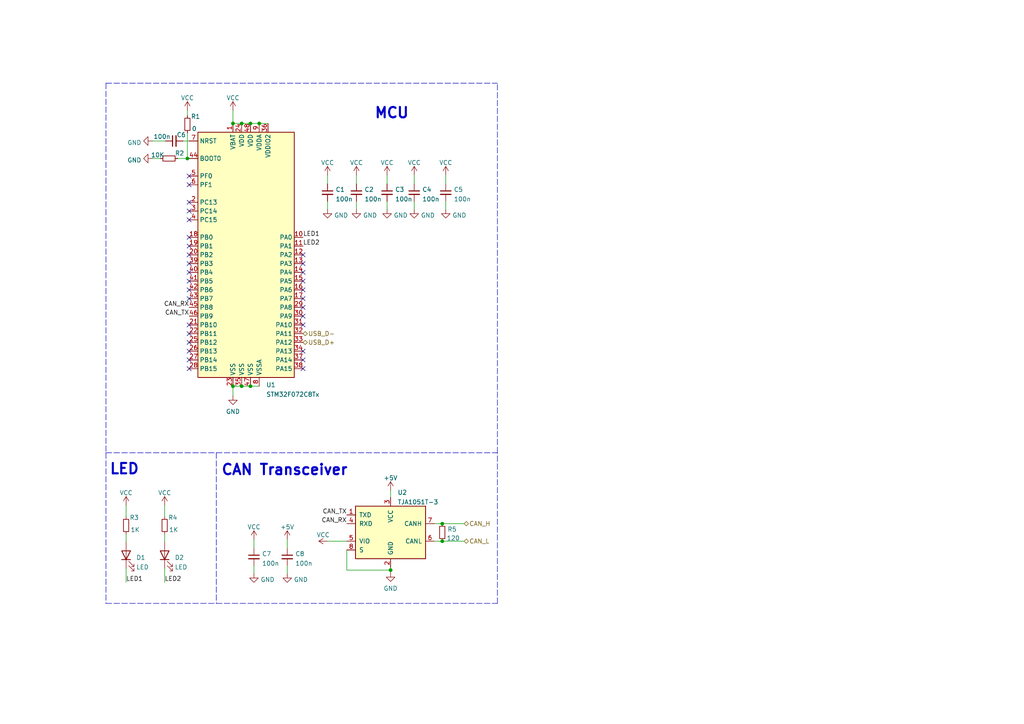
<source format=kicad_sch>
(kicad_sch (version 20211123) (generator eeschema)
  (paper "A4")
  (lib_symbols
    (symbol "Device:C_Small" (pin_numbers hide) (pin_names (offset 0.254) hide)
      (property "Reference" "C" (at 0.254 1.778 0))
      (property "Value" "C_Small" (at 0.254 -2.032 0))
      (symbol "C_Small_0_1"
        (polyline (pts (xy -1.524 -0.508) (xy 1.524 -0.508)) (stroke (width 0.3302)))
        (polyline (pts (xy -1.524 0.508) (xy 1.524 0.508)) (stroke (width 0.3048)))
      )
      (symbol "C_Small_1_1"
        (pin passive line (at 0 2.54 270) (length 2.032) (name "~") (number "1"))
        (pin passive line (at 0 -2.54 90) (length 2.032) (name "~") (number "2"))
      )
    )
    (symbol "Device:LED" (pin_numbers hide) (pin_names (offset 1.016) hide)
      (property "Reference" "D" (at 0 2.54 0))
      (property "Value" "LED" (at 0 -2.54 0))
      (symbol "LED_0_1"
        (polyline (pts (xy -1.27 -1.27) (xy -1.27 1.27)) (stroke (width 0.254)))
        (polyline (pts (xy -1.27 0) (xy 1.27 0)))
        (polyline (pts (xy 1.27 -1.27) (xy 1.27 1.27) (xy -1.27 0) (xy 1.27 -1.27)) (stroke (width 0.254)))
        (polyline (pts (xy -3.048 -0.762) (xy -4.572 -2.286) (xy -3.81 -2.286) (xy -4.572 -2.286) (xy -4.572 -1.524)))
        (polyline (pts (xy -1.778 -0.762) (xy -3.302 -2.286) (xy -2.54 -2.286) (xy -3.302 -2.286) (xy -3.302 -1.524)))
      )
      (symbol "LED_1_1"
        (pin passive line (at -3.81 0 0) (length 2.54) (name "K") (number "1"))
        (pin passive line (at 3.81 0 180) (length 2.54) (name "A") (number "2"))
      )
    )
    (symbol "Device:R_Small" (pin_numbers hide) (pin_names (offset 0.254) hide)
      (property "Reference" "R" (at 0.762 0.508 0))
      (property "Value" "R_Small" (at 0.762 -1.016 0))
      (symbol "R_Small_0_1"
        (rectangle (start -0.762 1.778) (end 0.762 -1.778) (stroke (width 0.2032)))
      )
      (symbol "R_Small_1_1"
        (pin passive line (at 0 2.54 270) (length 0.762) (name "~") (number "1"))
        (pin passive line (at 0 -2.54 90) (length 0.762) (name "~") (number "2"))
      )
    )
    (symbol "Interface_CAN_LIN:TJA1051T-3" (pin_names (offset 1.016))
      (property "Reference" "U" (at -10.16 8.89 0))
      (property "Value" "TJA1051T-3" (at 1.27 8.89 0))
      (symbol "TJA1051T-3_0_1"
        (rectangle (start -10.16 7.62) (end 10.16 -7.62) (stroke (width 0.254)) (fill (type background)))
      )
      (symbol "TJA1051T-3_1_1"
        (pin input line (at -12.7 5.08 0) (length 2.54) (name "TXD") (number "1"))
        (pin power_in line (at 0 -10.16 90) (length 2.54) (name "GND") (number "2"))
        (pin power_in line (at 0 10.16 270) (length 2.54) (name "VCC") (number "3"))
        (pin output line (at -12.7 2.54 0) (length 2.54) (name "RXD") (number "4"))
        (pin power_in line (at -12.7 -2.54 0) (length 2.54) (name "VIO") (number "5"))
        (pin bidirectional line (at 12.7 -2.54 180) (length 2.54) (name "CANL") (number "6"))
        (pin bidirectional line (at 12.7 2.54 180) (length 2.54) (name "CANH") (number "7"))
        (pin input line (at -12.7 -5.08 0) (length 2.54) (name "S") (number "8"))
      )
    )
    (symbol "MCU_ST_STM32F0:STM32F072C8Tx"
      (property "Reference" "U" (at -15.24 36.83 0))
      (property "Value" "STM32F072C8Tx" (at 7.62 36.83 0))
      (symbol "STM32F072C8Tx_0_1"
        (rectangle (start -15.24 -35.56) (end 12.7 35.56) (stroke (width 0.254)) (fill (type background)))
      )
      (symbol "STM32F072C8Tx_1_1"
        (pin power_in line (at -5.08 38.1 270) (length 2.54) (name "VBAT") (number "1"))
        (pin bidirectional line (at 15.24 5.08 180) (length 2.54) (name "PA0") (number "10"))
        (pin bidirectional line (at 15.24 2.54 180) (length 2.54) (name "PA1") (number "11"))
        (pin bidirectional line (at 15.24 0 180) (length 2.54) (name "PA2") (number "12"))
        (pin bidirectional line (at 15.24 -2.54 180) (length 2.54) (name "PA3") (number "13"))
        (pin bidirectional line (at 15.24 -5.08 180) (length 2.54) (name "PA4") (number "14"))
        (pin bidirectional line (at 15.24 -7.62 180) (length 2.54) (name "PA5") (number "15"))
        (pin bidirectional line (at 15.24 -10.16 180) (length 2.54) (name "PA6") (number "16"))
        (pin bidirectional line (at 15.24 -12.7 180) (length 2.54) (name "PA7") (number "17"))
        (pin bidirectional line (at -17.78 5.08 0) (length 2.54) (name "PB0") (number "18"))
        (pin bidirectional line (at -17.78 2.54 0) (length 2.54) (name "PB1") (number "19"))
        (pin bidirectional line (at -17.78 15.24 0) (length 2.54) (name "PC13") (number "2"))
        (pin bidirectional line (at -17.78 0 0) (length 2.54) (name "PB2") (number "20"))
        (pin bidirectional line (at -17.78 -20.32 0) (length 2.54) (name "PB10") (number "21"))
        (pin bidirectional line (at -17.78 -22.86 0) (length 2.54) (name "PB11") (number "22"))
        (pin power_in line (at -5.08 -38.1 90) (length 2.54) (name "VSS") (number "23"))
        (pin power_in line (at -2.54 38.1 270) (length 2.54) (name "VDD") (number "24"))
        (pin bidirectional line (at -17.78 -25.4 0) (length 2.54) (name "PB12") (number "25"))
        (pin bidirectional line (at -17.78 -27.94 0) (length 2.54) (name "PB13") (number "26"))
        (pin bidirectional line (at -17.78 -30.48 0) (length 2.54) (name "PB14") (number "27"))
        (pin bidirectional line (at -17.78 -33.02 0) (length 2.54) (name "PB15") (number "28"))
        (pin bidirectional line (at 15.24 -15.24 180) (length 2.54) (name "PA8") (number "29"))
        (pin bidirectional line (at -17.78 12.7 0) (length 2.54) (name "PC14") (number "3"))
        (pin bidirectional line (at 15.24 -17.78 180) (length 2.54) (name "PA9") (number "30"))
        (pin bidirectional line (at 15.24 -20.32 180) (length 2.54) (name "PA10") (number "31"))
        (pin bidirectional line (at 15.24 -22.86 180) (length 2.54) (name "PA11") (number "32"))
        (pin bidirectional line (at 15.24 -25.4 180) (length 2.54) (name "PA12") (number "33"))
        (pin bidirectional line (at 15.24 -27.94 180) (length 2.54) (name "PA13") (number "34"))
        (pin power_in line (at -2.54 -38.1 90) (length 2.54) (name "VSS") (number "35"))
        (pin power_in line (at 5.08 38.1 270) (length 2.54) (name "VDDIO2") (number "36"))
        (pin bidirectional line (at 15.24 -30.48 180) (length 2.54) (name "PA14") (number "37"))
        (pin bidirectional line (at 15.24 -33.02 180) (length 2.54) (name "PA15") (number "38"))
        (pin bidirectional line (at -17.78 -2.54 0) (length 2.54) (name "PB3") (number "39"))
        (pin bidirectional line (at -17.78 10.16 0) (length 2.54) (name "PC15") (number "4"))
        (pin bidirectional line (at -17.78 -5.08 0) (length 2.54) (name "PB4") (number "40"))
        (pin bidirectional line (at -17.78 -7.62 0) (length 2.54) (name "PB5") (number "41"))
        (pin bidirectional line (at -17.78 -10.16 0) (length 2.54) (name "PB6") (number "42"))
        (pin bidirectional line (at -17.78 -12.7 0) (length 2.54) (name "PB7") (number "43"))
        (pin input line (at -17.78 27.94 0) (length 2.54) (name "BOOT0") (number "44"))
        (pin bidirectional line (at -17.78 -15.24 0) (length 2.54) (name "PB8") (number "45"))
        (pin bidirectional line (at -17.78 -17.78 0) (length 2.54) (name "PB9") (number "46"))
        (pin power_in line (at 0 -38.1 90) (length 2.54) (name "VSS") (number "47"))
        (pin power_in line (at 0 38.1 270) (length 2.54) (name "VDD") (number "48"))
        (pin input line (at -17.78 22.86 0) (length 2.54) (name "PF0") (number "5"))
        (pin input line (at -17.78 20.32 0) (length 2.54) (name "PF1") (number "6"))
        (pin input line (at -17.78 33.02 0) (length 2.54) (name "NRST") (number "7"))
        (pin power_in line (at 2.54 -38.1 90) (length 2.54) (name "VSSA") (number "8"))
        (pin power_in line (at 2.54 38.1 270) (length 2.54) (name "VDDA") (number "9"))
      )
    )
    (symbol "power:+5V" (power) (pin_names (offset 0))
      (property "Value" "+5V" (at 0 3.556 0))
      (symbol "+5V_0_1"
        (polyline (pts (xy -0.762 1.27) (xy 0 2.54)))
        (polyline (pts (xy 0 0) (xy 0 2.54)))
        (polyline (pts (xy 0 2.54) (xy 0.762 1.27)))
      )
      (symbol "+5V_1_1"
        (pin power_in line (at 0 0 90) (length 0) hide (name "+5V") (number "1"))
      )
    )
    (symbol "power:GND" (power) (pin_names (offset 0))
      (property "Value" "GND" (at 0 -3.81 0))
      (symbol "GND_0_1"
        (polyline (pts (xy 0 0) (xy 0 -1.27) (xy 1.27 -1.27) (xy 0 -2.54) (xy -1.27 -1.27) (xy 0 -1.27)))
      )
      (symbol "GND_1_1"
        (pin power_in line (at 0 0 270) (length 0) hide (name "GND") (number "1"))
      )
    )
    (symbol "power:VCC" (power) (pin_names (offset 0))
      (property "Value" "VCC" (at 0 3.81 0))
      (symbol "VCC_0_1"
        (polyline (pts (xy -0.762 1.27) (xy 0 2.54)))
        (polyline (pts (xy 0 0) (xy 0 2.54)))
        (polyline (pts (xy 0 2.54) (xy 0.762 1.27)))
      )
      (symbol "VCC_1_1"
        (pin power_in line (at 0 0 90) (length 0) hide (name "VCC") (number "1"))
      )
    )
  )
  (junction (at 54.356 45.974))
  (junction (at 70.104 35.814))
  (junction (at 70.104 112.014))
  (junction (at 128.27 151.892))
  (junction (at 67.564 112.014))
  (junction (at 75.184 35.814))
  (junction (at 72.644 112.014))
  (junction (at 113.284 165.354))
  (junction (at 72.644 35.814))
  (junction (at 128.27 156.972))
  (junction (at 67.564 35.814))
  (no_connect (at 54.864 96.774))
  (no_connect (at 87.884 106.934))
  (no_connect (at 87.884 76.454))
  (no_connect (at 54.864 106.934))
  (no_connect (at 54.864 101.854))
  (no_connect (at 87.884 84.074))
  (no_connect (at 54.864 99.314))
  (no_connect (at 87.884 101.854))
  (no_connect (at 87.884 104.394))
  (no_connect (at 87.884 91.694))
  (no_connect (at 87.884 86.614))
  (no_connect (at 87.884 81.534))
  (no_connect (at 87.884 89.154))
  (no_connect (at 54.864 104.394))
  (no_connect (at 87.884 73.914))
  (no_connect (at 87.884 78.994))
  (no_connect (at 54.864 94.234))
  (no_connect (at 54.864 53.594))
  (no_connect (at 54.864 58.674))
  (no_connect (at 54.864 61.214))
  (no_connect (at 54.864 63.754))
  (no_connect (at 54.864 68.834))
  (no_connect (at 54.864 81.534))
  (no_connect (at 54.864 84.074))
  (no_connect (at 54.864 86.614))
  (no_connect (at 54.864 51.054))
  (no_connect (at 54.864 71.374))
  (no_connect (at 54.864 73.914))
  (no_connect (at 54.864 76.454))
  (no_connect (at 54.864 78.994))
  (no_connect (at 87.884 94.234))
  (wire (pts (xy 72.644 112.014) (xy 75.184 112.014)))
  (wire (pts (xy 113.284 165.354) (xy 113.284 166.116)))
  (polyline (pts (xy 30.734 131.318) (xy 144.272 131.318)))
  (wire (pts (xy 113.284 142.24) (xy 113.284 144.272)))
  (wire (pts (xy 94.996 50.8) (xy 94.996 53.34)))
  (wire (pts (xy 112.268 50.8) (xy 112.268 53.34)))
  (wire (pts (xy 94.996 156.972) (xy 100.584 156.972)))
  (wire (pts (xy 44.196 40.894) (xy 48.006 40.894)))
  (wire (pts (xy 100.584 165.354) (xy 113.284 165.354)))
  (wire (pts (xy 70.104 112.014) (xy 72.644 112.014)))
  (wire (pts (xy 100.584 159.512) (xy 100.584 165.354)))
  (wire (pts (xy 67.564 35.814) (xy 70.104 35.814)))
  (wire (pts (xy 54.356 38.608) (xy 54.356 45.974)))
  (polyline (pts (xy 30.734 24.13) (xy 30.734 131.318)))
  (wire (pts (xy 125.984 151.892) (xy 128.27 151.892)))
  (wire (pts (xy 36.576 154.94) (xy 36.576 157.226)))
  (wire (pts (xy 44.196 45.974) (xy 46.482 45.974)))
  (polyline (pts (xy 30.734 131.318) (xy 30.734 175.006)))
  (wire (pts (xy 73.66 156.464) (xy 73.66 159.004)))
  (polyline (pts (xy 144.272 131.318) (xy 144.272 24.13)))
  (wire (pts (xy 54.356 45.974) (xy 54.864 45.974)))
  (wire (pts (xy 72.644 35.814) (xy 75.184 35.814)))
  (wire (pts (xy 36.576 146.558) (xy 36.576 149.86)))
  (wire (pts (xy 128.27 156.972) (xy 134.62 156.972)))
  (wire (pts (xy 51.562 45.974) (xy 54.356 45.974)))
  (wire (pts (xy 120.142 50.8) (xy 120.142 53.34)))
  (wire (pts (xy 129.286 58.42) (xy 129.286 60.706)))
  (wire (pts (xy 67.564 32.004) (xy 67.564 35.814)))
  (wire (pts (xy 103.378 50.8) (xy 103.378 53.34)))
  (wire (pts (xy 94.996 58.42) (xy 94.996 60.706)))
  (wire (pts (xy 128.27 151.892) (xy 134.62 151.892)))
  (wire (pts (xy 83.312 156.464) (xy 83.312 159.004)))
  (polyline (pts (xy 30.734 175.006) (xy 144.272 175.006)))
  (wire (pts (xy 103.378 58.42) (xy 103.378 60.706)))
  (wire (pts (xy 73.66 164.084) (xy 73.66 166.37)))
  (wire (pts (xy 47.752 154.94) (xy 47.752 157.226)))
  (wire (pts (xy 67.564 112.014) (xy 67.564 114.808)))
  (wire (pts (xy 47.752 164.846) (xy 47.752 168.91)))
  (wire (pts (xy 75.184 35.814) (xy 77.724 35.814)))
  (wire (pts (xy 129.286 50.8) (xy 129.286 53.34)))
  (wire (pts (xy 83.312 164.084) (xy 83.312 166.37)))
  (wire (pts (xy 113.284 164.592) (xy 113.284 165.354)))
  (wire (pts (xy 125.984 156.972) (xy 128.27 156.972)))
  (wire (pts (xy 36.576 164.846) (xy 36.576 168.91)))
  (polyline (pts (xy 144.272 175.006) (xy 144.272 131.318)))
  (wire (pts (xy 54.356 32.004) (xy 54.356 33.528)))
  (polyline (pts (xy 30.734 24.13) (xy 144.272 24.13)))
  (wire (pts (xy 53.086 40.894) (xy 54.864 40.894)))
  (wire (pts (xy 47.752 146.558) (xy 47.752 149.86)))
  (wire (pts (xy 70.104 35.814) (xy 72.644 35.814)))
  (wire (pts (xy 112.268 58.42) (xy 112.268 60.706)))
  (wire (pts (xy 120.142 58.42) (xy 120.142 60.706)))
  (polyline (pts (xy 62.738 131.318) (xy 62.738 175.006)))
  (wire (pts (xy 67.564 112.014) (xy 70.104 112.014)))
  (text "CAN Transceiver" (at 64.008 138.176 0) (effects (font (size 3 3) (thickness 0.6) bold) (justify left bottom)))
  (text "LED" (at 31.623 137.922 0) (effects (font (size 3 3) (thickness 0.6) bold) (justify left bottom)))
  (text "MCU" (at 108.458 34.671 0) (effects (font (size 3 3) (thickness 0.6) bold) (justify left bottom)))
  (label "CAN_TX" (at 100.584 149.352 180))
  (label "LED2" (at 47.752 168.91 0))
  (label "LED2" (at 87.884 71.374 0))
  (label "CAN_TX" (at 54.864 91.694 180))
  (label "LED1" (at 87.884 68.834 0))
  (label "LED1" (at 36.576 168.91 0))
  (label "CAN_RX" (at 54.864 89.154 180))
  (label "CAN_RX" (at 100.584 151.892 180))
  (hierarchical_label "USB_D+" (shape bidirectional) (at 87.884 99.314 0))
  (hierarchical_label "USB_D-" (shape bidirectional) (at 87.884 96.774 0))
  (hierarchical_label "CAN_L" (shape bidirectional) (at 134.62 156.972 0))
  (hierarchical_label "CAN_H" (shape bidirectional) (at 134.62 151.892 0))
  (symbol (lib_id "Device:C_Small") (at 120.142 55.88 0) (unit 1)
    (property "Reference" "C4" (at 122.4661 54.9778 0) (effects (justify left)))
    (property "Value" "100n" (at 122.4661 57.7529 0) (effects (justify left)))
    (property "Footprint" "Capacitor_SMD:C_0603_1608Metric" (effects hide))
  )
  (symbol (lib_id "power:GND") (at 44.196 45.974 270) (unit 1)
    (property "Reference" "#PWR0102" (effects hide))
    (property "Value" "GND" (at 41.0211 46.453 90) (effects (justify right)))
  )
  (symbol (lib_id "power:GND") (at 103.378 60.706 0) (unit 1)
    (property "Reference" "#PWR0112" (effects hide))
    (property "Value" "GND" (at 105.283 62.455 0) (effects (justify left)))
  )
  (symbol (lib_id "Interface_CAN_LIN:TJA1051T-3") (at 113.284 154.432 0) (unit 1)
    (property "Reference" "U2" (at 115.3034 142.8455 0) (effects (justify left)))
    (property "Value" "TJA1051T-3" (at 115.3034 145.6206 0) (effects (justify left)))
    (property "Footprint" "Package_SO:SOIC-8_3.9x4.9mm_P1.27mm" (effects hide))
    (property "Datasheet" "http://www.nxp.com/documents/data_sheet/TJA1051.pdf" (effects hide))
  )
  (symbol (lib_id "Device:LED") (at 36.576 161.036 90) (unit 1)
    (property "Reference" "D1" (at 39.497 161.715 90) (effects (justify right)))
    (property "Value" "LED" (at 39.497 164.4901 90) (effects (justify right)))
    (property "Footprint" "LED_SMD:LED_0603_1608Metric" (effects hide))
  )
  (symbol (lib_id "power:GND") (at 73.66 166.37 0) (unit 1)
    (property "Reference" "#PWR0108" (effects hide))
    (property "Value" "GND" (at 75.565 168.119 0) (effects (justify left)))
  )
  (symbol (lib_id "power:+5V") (at 83.312 156.464 0) (unit 1)
    (property "Reference" "#PWR0122" (effects hide))
    (property "Value" "+5V" (at 83.312 152.8595 0))
  )
  (symbol (lib_id "power:GND") (at 94.996 60.706 0) (unit 1)
    (property "Reference" "#PWR0111" (effects hide))
    (property "Value" "GND" (at 96.901 62.455 0) (effects (justify left)))
  )
  (symbol (lib_id "power:VCC") (at 103.378 50.8 0) (unit 1)
    (property "Reference" "#PWR0117" (effects hide))
    (property "Value" "VCC" (at 103.378 47.1955 0))
  )
  (symbol (lib_id "power:+5V") (at 113.284 142.24 0) (unit 1)
    (property "Reference" "#PWR0124" (effects hide))
    (property "Value" "+5V" (at 113.284 138.6355 0))
  )
  (symbol (lib_id "Device:C_Small") (at 112.268 55.88 0) (unit 1)
    (property "Reference" "C3" (at 114.5921 54.9778 0) (effects (justify left)))
    (property "Value" "100n" (at 114.5921 57.7529 0) (effects (justify left)))
    (property "Footprint" "Capacitor_SMD:C_0603_1608Metric" (effects hide))
  )
  (symbol (lib_id "power:VCC") (at 129.286 50.8 0) (unit 1)
    (property "Reference" "#PWR0115" (effects hide))
    (property "Value" "VCC" (at 129.286 47.1955 0))
  )
  (symbol (lib_id "Device:R_Small") (at 47.752 152.4 180) (unit 1)
    (property "Reference" "R4" (at 48.768 150.114 0) (effects (justify right)))
    (property "Value" "1K" (at 49.022 153.67 0) (effects (justify right)))
    (property "Footprint" "Resistor_SMD:R_0603_1608Metric" (effects hide))
  )
  (symbol (lib_id "power:GND") (at 120.142 60.706 0) (unit 1)
    (property "Reference" "#PWR0114" (effects hide))
    (property "Value" "GND" (at 122.047 62.455 0) (effects (justify left)))
  )
  (symbol (lib_id "power:VCC") (at 94.996 156.972 90) (mirror x) (unit 1)
    (property "Reference" "#PWR0120" (effects hide))
    (property "Value" "VCC" (at 93.726 155.1455 90))
  )
  (symbol (lib_id "power:GND") (at 44.196 40.894 270) (unit 1)
    (property "Reference" "#PWR0103" (effects hide))
    (property "Value" "GND" (at 41.0211 41.373 90) (effects (justify right)))
  )
  (symbol (lib_id "power:GND") (at 113.284 166.116 0) (unit 1)
    (property "Reference" "#PWR0123" (effects hide))
    (property "Value" "GND" (at 113.284 170.6785 0))
  )
  (symbol (lib_id "power:VCC") (at 94.996 50.8 0) (unit 1)
    (property "Reference" "#PWR0118" (effects hide))
    (property "Value" "VCC" (at 94.996 47.1955 0))
  )
  (symbol (lib_id "Device:C_Small") (at 103.378 55.88 0) (unit 1)
    (property "Reference" "C2" (at 105.7021 54.9778 0) (effects (justify left)))
    (property "Value" "100n" (at 105.7021 57.7529 0) (effects (justify left)))
    (property "Footprint" "Capacitor_SMD:C_0603_1608Metric" (effects hide))
  )
  (symbol (lib_id "Device:R_Small") (at 128.27 154.432 0) (unit 1)
    (property "Reference" "R5" (at 129.7686 153.5235 0) (effects (justify left)))
    (property "Value" "120" (at 129.54 156.083 0) (effects (justify left)))
    (property "Footprint" "Resistor_SMD:R_0603_1608Metric" (effects hide))
  )
  (symbol (lib_id "Device:R_Small") (at 54.356 36.068 180) (unit 1)
    (property "Reference" "R1" (at 55.372 33.782 0) (effects (justify right)))
    (property "Value" "0" (at 55.626 37.338 0) (effects (justify right)))
    (property "Footprint" "Resistor_SMD:R_0603_1608Metric" (effects hide))
  )
  (symbol (lib_id "power:GND") (at 67.564 114.808 0) (unit 1)
    (property "Reference" "#PWR0119" (effects hide))
    (property "Value" "GND" (at 67.564 119.3705 0))
  )
  (symbol (lib_id "power:VCC") (at 73.66 156.464 0) (unit 1)
    (property "Reference" "#PWR0107" (effects hide))
    (property "Value" "VCC" (at 73.66 152.8595 0))
  )
  (symbol (lib_id "power:GND") (at 83.312 166.37 0) (unit 1)
    (property "Reference" "#PWR0121" (effects hide))
    (property "Value" "GND" (at 85.217 168.119 0) (effects (justify left)))
  )
  (symbol (lib_id "power:VCC") (at 47.752 146.558 0) (unit 1)
    (property "Reference" "#PWR0106" (effects hide))
    (property "Value" "VCC" (at 47.752 142.9535 0))
  )
  (symbol (lib_id "Device:C_Small") (at 73.66 161.544 0) (unit 1)
    (property "Reference" "C7" (at 75.9841 160.6418 0) (effects (justify left)))
    (property "Value" "100n" (at 75.9841 163.4169 0) (effects (justify left)))
    (property "Footprint" "Capacitor_SMD:C_0603_1608Metric" (effects hide))
  )
  (symbol (lib_id "power:VCC") (at 36.576 146.558 0) (unit 1)
    (property "Reference" "#PWR0105" (effects hide))
    (property "Value" "VCC" (at 36.576 142.9535 0))
  )
  (symbol (lib_id "Device:C_Small") (at 94.996 55.88 0) (unit 1)
    (property "Reference" "C1" (at 97.3201 54.9778 0) (effects (justify left)))
    (property "Value" "100n" (at 97.3201 57.7529 0) (effects (justify left)))
    (property "Footprint" "Capacitor_SMD:C_0603_1608Metric" (effects hide))
  )
  (symbol (lib_id "Device:C_Small") (at 50.546 40.894 90) (unit 1)
    (property "Reference" "C6" (at 52.578 39.116 90))
    (property "Value" "100n" (at 46.99 39.624 90))
    (property "Footprint" "Capacitor_SMD:C_0603_1608Metric" (effects hide))
  )
  (symbol (lib_id "Device:R_Small") (at 36.576 152.4 180) (unit 1)
    (property "Reference" "R3" (at 37.592 150.114 0) (effects (justify right)))
    (property "Value" "1K" (at 37.846 153.67 0) (effects (justify right)))
    (property "Footprint" "Resistor_SMD:R_0603_1608Metric" (effects hide))
  )
  (symbol (lib_id "power:GND") (at 112.268 60.706 0) (unit 1)
    (property "Reference" "#PWR0113" (effects hide))
    (property "Value" "GND" (at 114.173 62.455 0) (effects (justify left)))
  )
  (symbol (lib_id "Device:R_Small") (at 49.022 45.974 90) (unit 1)
    (property "Reference" "R2" (at 52.07 44.45 90))
    (property "Value" "10K" (at 45.72 44.958 90))
    (property "Footprint" "Resistor_SMD:R_0603_1608Metric" (effects hide))
  )
  (symbol (lib_id "Device:C_Small") (at 83.312 161.544 0) (unit 1)
    (property "Reference" "C8" (at 85.6361 160.6418 0) (effects (justify left)))
    (property "Value" "100n" (at 85.6361 163.4169 0) (effects (justify left)))
    (property "Footprint" "Capacitor_SMD:C_0603_1608Metric" (effects hide))
  )
  (symbol (lib_id "power:GND") (at 129.286 60.706 0) (unit 1)
    (property "Reference" "#PWR0116" (effects hide))
    (property "Value" "GND" (at 131.191 62.455 0) (effects (justify left)))
  )
  (symbol (lib_id "power:VCC") (at 120.142 50.8 0) (unit 1)
    (property "Reference" "#PWR0110" (effects hide))
    (property "Value" "VCC" (at 120.142 47.1955 0))
  )
  (symbol (lib_id "Device:LED") (at 47.752 161.036 90) (unit 1)
    (property "Reference" "D2" (at 50.673 161.715 90) (effects (justify right)))
    (property "Value" "LED" (at 50.673 164.4901 90) (effects (justify right)))
    (property "Footprint" "LED_SMD:LED_0603_1608Metric" (effects hide))
  )
  (symbol (lib_id "MCU_ST_STM32F0:STM32F072C8Tx") (at 72.644 73.914 0) (unit 1)
    (property "Reference" "U1" (at 77.2034 111.6235 0) (effects (justify left)))
    (property "Value" "STM32F072C8Tx" (at 77.2034 114.3986 0) (effects (justify left)))
    (property "Footprint" "Package_QFP:LQFP-48_7x7mm_P0.5mm" (effects hide))
    (property "Datasheet" "http://www.st.com/st-web-ui/static/active/en/resource/technical/document/datasheet/DM00090510.pdf" (effects hide))
  )
  (symbol (lib_id "power:VCC") (at 67.564 32.004 0) (unit 1)
    (property "Reference" "#PWR0101" (effects hide))
    (property "Value" "VCC" (at 67.564 28.3995 0))
  )
  (symbol (lib_id "power:VCC") (at 54.356 32.004 0) (unit 1)
    (property "Reference" "#PWR0104" (effects hide))
    (property "Value" "VCC" (at 54.356 28.3995 0))
  )
  (symbol (lib_id "Device:C_Small") (at 129.286 55.88 0) (unit 1)
    (property "Reference" "C5" (at 131.6101 54.9778 0) (effects (justify left)))
    (property "Value" "100n" (at 131.6101 57.7529 0) (effects (justify left)))
    (property "Footprint" "Capacitor_SMD:C_0603_1608Metric" (effects hide))
  )
  (symbol (lib_id "power:VCC") (at 112.268 50.8 0) (unit 1)
    (property "Reference" "#PWR0109" (effects hide))
    (property "Value" "VCC" (at 112.268 47.1955 0))
  )
)
</source>
